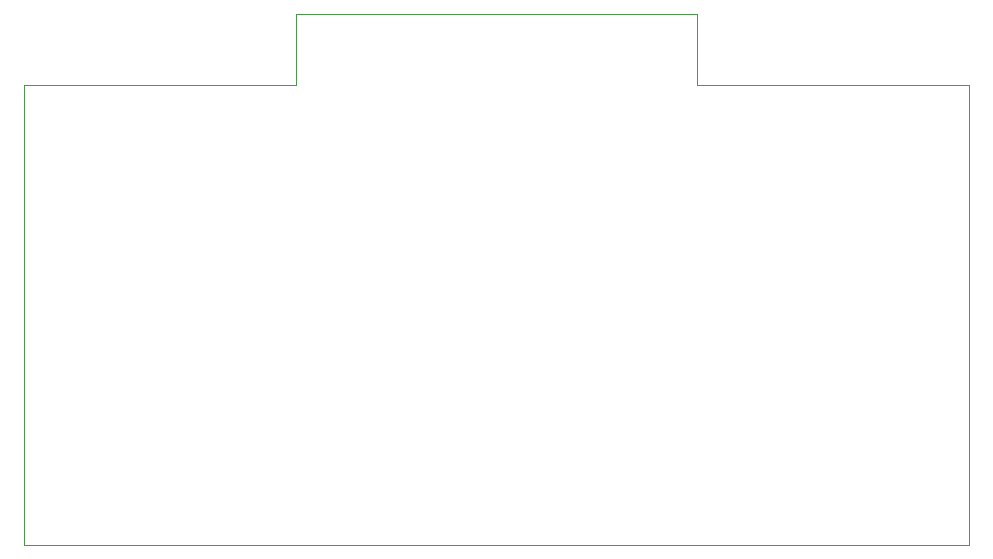
<source format=gbr>
G04 #@! TF.GenerationSoftware,KiCad,Pcbnew,(5.1.5-0-10_14)*
G04 #@! TF.CreationDate,2021-02-06T16:20:19+00:00*
G04 #@! TF.ProjectId,keyboard,6b657962-6f61-4726-942e-6b696361645f,rev?*
G04 #@! TF.SameCoordinates,Original*
G04 #@! TF.FileFunction,Profile,NP*
%FSLAX46Y46*%
G04 Gerber Fmt 4.6, Leading zero omitted, Abs format (unit mm)*
G04 Created by KiCad (PCBNEW (5.1.5-0-10_14)) date 2021-02-06 16:20:19*
%MOMM*%
%LPD*%
G04 APERTURE LIST*
%ADD10C,0.050000*%
G04 APERTURE END LIST*
D10*
X169000000Y-79000000D02*
X135000000Y-79000000D01*
X169000000Y-85000000D02*
X170000000Y-85000000D01*
X169000000Y-79000000D02*
X169000000Y-85000000D01*
X135000000Y-85000000D02*
X134000000Y-85000000D01*
X135000000Y-79000000D02*
X135000000Y-85000000D01*
X192000000Y-85000000D02*
X170000000Y-85000000D01*
X192000000Y-124000000D02*
X192000000Y-85000000D01*
X191000000Y-124000000D02*
X192000000Y-124000000D01*
X112000000Y-124000000D02*
X191000000Y-124000000D01*
X112000000Y-85000000D02*
X112000000Y-124000000D01*
X134000000Y-85000000D02*
X112000000Y-85000000D01*
M02*

</source>
